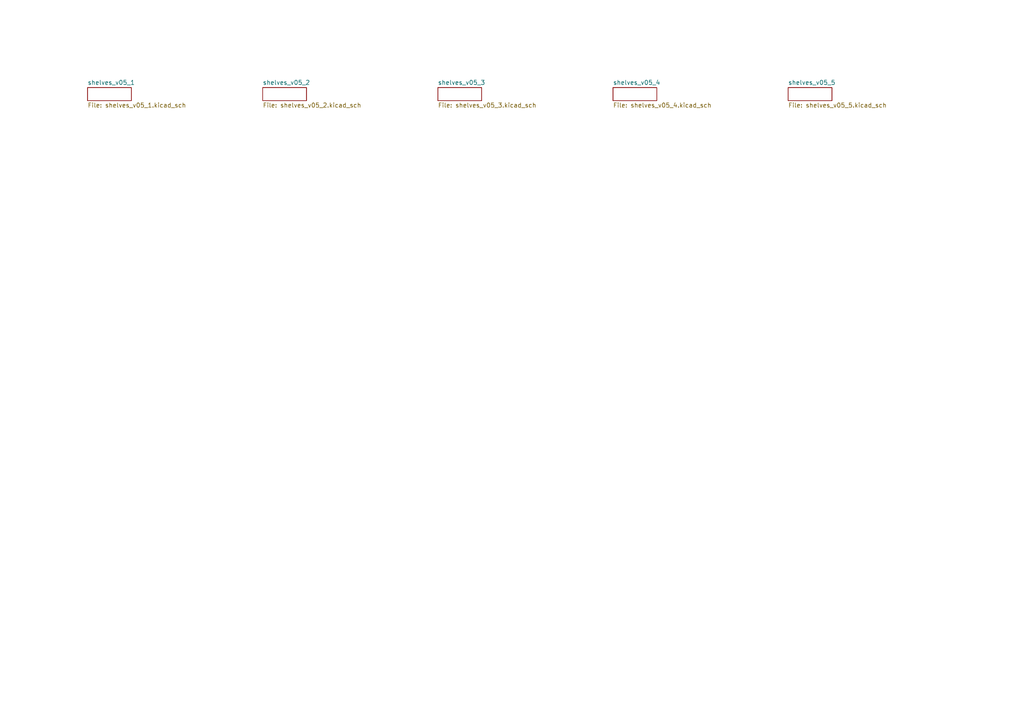
<source format=kicad_sch>
(kicad_sch (version 20211123) (generator eeschema)
  (paper "A4")
  (lib_symbols)
  (sheet (at 177.8 25.4) (size 12.7 3.81)
    (property "Sheet name" "shelves_v05_4" (at 177.8 24.6884 0) (effects (justify left bottom)))
    (property "Sheet file" "shelves_v05_4.kicad_sch" (at 177.8 29.7946 0) (effects (justify left top)))
  )
  (sheet (at 25.4 25.4) (size 12.7 3.81)
    (property "Sheet name" "shelves_v05_1" (at 25.4 24.6884 0) (effects (justify left bottom)))
    (property "Sheet file" "shelves_v05_1.kicad_sch" (at 25.4 29.7946 0) (effects (justify left top)))
  )
  (sheet (at 127 25.4) (size 12.7 3.81)
    (property "Sheet name" "shelves_v05_3" (at 127 24.6884 0) (effects (justify left bottom)))
    (property "Sheet file" "shelves_v05_3.kicad_sch" (at 127 29.7946 0) (effects (justify left top)))
  )
  (sheet (at 228.6 25.4) (size 12.7 3.81)
    (property "Sheet name" "shelves_v05_5" (at 228.6 24.6884 0) (effects (justify left bottom)))
    (property "Sheet file" "shelves_v05_5.kicad_sch" (at 228.6 29.7946 0) (effects (justify left top)))
  )
  (sheet (at 76.2 25.4) (size 12.7 3.81)
    (property "Sheet name" "shelves_v05_2" (at 76.2 24.6884 0) (effects (justify left bottom)))
    (property "Sheet file" "shelves_v05_2.kicad_sch" (at 76.2 29.7946 0) (effects (justify left top)))
  )
)
</source>
